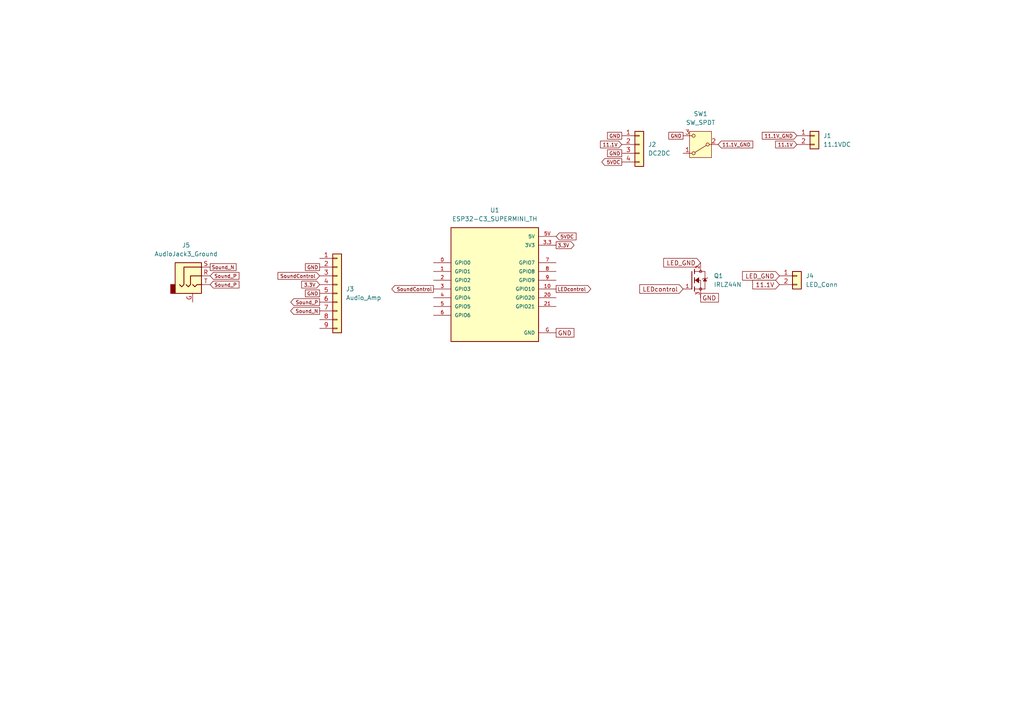
<source format=kicad_sch>
(kicad_sch (version 20250114) (generator "eeschema") (generator_version "9.0")
  (paper "A4")
  (lib_symbols
    (symbol "Connector_Audio:AudioJack3_Ground"
      (property "Reference" "J" (at 0 8.89 0))
      (property "Value" "AudioJack3_Ground" (at 0 6.35 0))
      (symbol "AudioJack3_Ground_0_1"
        (rectangle (start -5.08 -2.54) (end -6.35 -5.08) (stroke (width 0.254)) (fill (type outline)))
        (polyline (pts (xy -1.905 -2.54) (xy -1.27 -3.175) (xy -0.635 -2.54) (xy -0.635 0) (xy 2.54 0)) (stroke (width 0.254)))
        (polyline (pts (xy 0 -2.54) (xy 0.635 -3.175) (xy 1.27 -2.54) (xy 2.54 -2.54)) (stroke (width 0.254)))
        (rectangle (start 2.54 3.81) (end -5.08 -5.08) (stroke (width 0.254)) (fill (type background)))
        (polyline (pts (xy 2.54 2.54) (xy -2.54 2.54) (xy -2.54 -2.54) (xy -3.175 -3.175) (xy -3.81 -2.54)) (stroke (width 0.254)))
      )
      (symbol "AudioJack3_Ground_1_1"
        (pin passive line (at 0 -7.62 90) (length 2.54) (name "~") (number "G"))
        (pin passive line (at 5.08 2.54 180) (length 2.54) (name "~") (number "S"))
        (pin passive line (at 5.08 0 180) (length 2.54) (name "~") (number "R"))
        (pin passive line (at 5.08 -2.54 180) (length 2.54) (name "~") (number "T"))
      )
    )
    (symbol "Connector_Generic:Conn_01x02" (pin_names (offset 1.016) (hide yes))
      (property "Reference" "J" (at 0 2.54 0))
      (property "Value" "Conn_01x02" (at 0 -5.08 0))
      (symbol "Conn_01x02_1_1"
        (rectangle (start -1.27 1.27) (end 1.27 -3.81) (stroke (width 0.254)) (fill (type background)))
        (rectangle (start -1.27 0.127) (end 0 -0.127) (stroke (width 0.1524)))
        (rectangle (start -1.27 -2.413) (end 0 -2.667) (stroke (width 0.1524)))
        (pin passive line (at -5.08 0 0) (length 3.81) (name "Pin_1") (number "1"))
        (pin passive line (at -5.08 -2.54 0) (length 3.81) (name "Pin_2") (number "2"))
      )
    )
    (symbol "Connector_Generic:Conn_01x04" (pin_names (offset 1.016) (hide yes))
      (property "Reference" "J" (at 0 5.08 0))
      (property "Value" "Conn_01x04" (at 0 -7.62 0))
      (symbol "Conn_01x04_1_1"
        (rectangle (start -1.27 3.81) (end 1.27 -6.35) (stroke (width 0.254)) (fill (type background)))
        (rectangle (start -1.27 2.667) (end 0 2.413) (stroke (width 0.1524)))
        (rectangle (start -1.27 0.127) (end 0 -0.127) (stroke (width 0.1524)))
        (rectangle (start -1.27 -2.413) (end 0 -2.667) (stroke (width 0.1524)))
        (rectangle (start -1.27 -4.953) (end 0 -5.207) (stroke (width 0.1524)))
        (pin passive line (at -5.08 2.54 0) (length 3.81) (name "Pin_1") (number "1"))
        (pin passive line (at -5.08 0 0) (length 3.81) (name "Pin_2") (number "2"))
        (pin passive line (at -5.08 -2.54 0) (length 3.81) (name "Pin_3") (number "3"))
        (pin passive line (at -5.08 -5.08 0) (length 3.81) (name "Pin_4") (number "4"))
      )
    )
    (symbol "Connector_Generic:Conn_01x09" (pin_names (offset 1.016) (hide yes))
      (property "Reference" "J" (at 0 12.7 0))
      (property "Value" "Conn_01x09" (at 0 -12.7 0))
      (symbol "Conn_01x09_1_1"
        (rectangle (start -1.27 11.43) (end 1.27 -11.43) (stroke (width 0.254)) (fill (type background)))
        (rectangle (start -1.27 10.287) (end 0 10.033) (stroke (width 0.1524)))
        (rectangle (start -1.27 7.747) (end 0 7.493) (stroke (width 0.1524)))
        (rectangle (start -1.27 5.207) (end 0 4.953) (stroke (width 0.1524)))
        (rectangle (start -1.27 2.667) (end 0 2.413) (stroke (width 0.1524)))
        (rectangle (start -1.27 0.127) (end 0 -0.127) (stroke (width 0.1524)))
        (rectangle (start -1.27 -2.413) (end 0 -2.667) (stroke (width 0.1524)))
        (rectangle (start -1.27 -4.953) (end 0 -5.207) (stroke (width 0.1524)))
        (rectangle (start -1.27 -7.493) (end 0 -7.747) (stroke (width 0.1524)))
        (rectangle (start -1.27 -10.033) (end 0 -10.287) (stroke (width 0.1524)))
        (pin passive line (at -5.08 10.16 0) (length 3.81) (name "Pin_1") (number "1"))
        (pin passive line (at -5.08 7.62 0) (length 3.81) (name "Pin_2") (number "2"))
        (pin passive line (at -5.08 5.08 0) (length 3.81) (name "Pin_3") (number "3"))
        (pin passive line (at -5.08 2.54 0) (length 3.81) (name "Pin_4") (number "4"))
        (pin passive line (at -5.08 0 0) (length 3.81) (name "Pin_5") (number "5"))
        (pin passive line (at -5.08 -2.54 0) (length 3.81) (name "Pin_6") (number "6"))
        (pin passive line (at -5.08 -5.08 0) (length 3.81) (name "Pin_7") (number "7"))
        (pin passive line (at -5.08 -7.62 0) (length 3.81) (name "Pin_8") (number "8"))
        (pin passive line (at -5.08 -10.16 0) (length 3.81) (name "Pin_9") (number "9"))
      )
    )
    (symbol "ESP32-C3_SUPERMINI_TH:ESP32-C3_SUPERMINI_TH" (pin_names (offset 1.016))
      (property "Reference" "U" (at -12.7 16.002 0))
      (property "Value" "ESP32-C3_SUPERMINI_TH" (at -12.7 -20.32 0))
      (symbol "ESP32-C3_SUPERMINI_TH_0_0"
        (rectangle (start -12.7 -17.78) (end 12.7 15.24) (stroke (width 0.254)) (fill (type background)))
        (pin bidirectional line (at -17.78 5.08 0) (length 5.08) (name "GPIO0") (number "0"))
        (pin bidirectional line (at -17.78 2.54 0) (length 5.08) (name "GPIO1") (number "1"))
        (pin bidirectional line (at -17.78 0 0) (length 5.08) (name "GPIO2") (number "2"))
        (pin bidirectional line (at -17.78 -2.54 0) (length 5.08) (name "GPIO3") (number "3"))
        (pin bidirectional line (at -17.78 -5.08 0) (length 5.08) (name "GPIO4") (number "4"))
        (pin bidirectional line (at -17.78 -7.62 0) (length 5.08) (name "GPIO5") (number "5"))
        (pin bidirectional line (at -17.78 -10.16 0) (length 5.08) (name "GPIO6") (number "6"))
        (pin power_in line (at 17.78 12.7 180) (length 5.08) (name "5V") (number "5V"))
        (pin power_in line (at 17.78 10.16 180) (length 5.08) (name "3V3") (number "3.3"))
        (pin bidirectional line (at 17.78 5.08 180) (length 5.08) (name "GPIO7") (number "7"))
        (pin bidirectional line (at 17.78 2.54 180) (length 5.08) (name "GPIO8") (number "8"))
        (pin bidirectional line (at 17.78 0 180) (length 5.08) (name "GPIO9") (number "9"))
        (pin bidirectional line (at 17.78 -2.54 180) (length 5.08) (name "GPIO10") (number "10"))
        (pin bidirectional line (at 17.78 -5.08 180) (length 5.08) (name "GPIO20") (number "20"))
        (pin bidirectional line (at 17.78 -7.62 180) (length 5.08) (name "GPIO21") (number "21"))
        (pin power_in line (at 17.78 -15.24 180) (length 5.08) (name "GND") (number "G"))
      )
    )
    (symbol "IRLZ44N:IRLZ44N" (pin_names (offset 1.016))
      (property "Reference" "Q" (at -8.89 2.54 0))
      (property "Value" "IRLZ44N" (at -8.89 -7.62 0))
      (symbol "IRLZ44N_0_0"
        (polyline (pts (xy 0 2.54) (xy 0 -2.54)) (stroke (width 0.254)))
        (polyline (pts (xy 0.762 3.175) (xy 0.762 2.54)) (stroke (width 0.254)))
        (polyline (pts (xy 0.762 2.54) (xy 0.762 1.905)) (stroke (width 0.254)))
        (polyline (pts (xy 0.762 2.54) (xy 3.81 2.54)) (stroke (width 0.1524)))
        (polyline (pts (xy 0.762 0.762) (xy 0.762 0)) (stroke (width 0.254)))
        (polyline (pts (xy 0.762 0) (xy 0.762 -0.762)) (stroke (width 0.254)))
        (polyline (pts (xy 0.762 0) (xy 2.54 0)) (stroke (width 0.1524)))
        (polyline (pts (xy 0.762 -1.905) (xy 0.762 -2.54)) (stroke (width 0.254)))
        (polyline (pts (xy 0.762 -2.54) (xy 0.762 -3.175)) (stroke (width 0.254)))
        (polyline (pts (xy 1.016 0) (xy 2.032 0.762) (xy 2.032 -0.762) (xy 1.016 0)) (stroke (width 0.1524)) (fill (type outline)))
        (circle (center 2.54 2.54) (radius 0.3592))
        (polyline (pts (xy 2.54 0) (xy 2.54 -2.54)) (stroke (width 0.1524)))
        (polyline (pts (xy 2.54 -2.54) (xy 0.762 -2.54)) (stroke (width 0.1524)))
        (polyline (pts (xy 2.54 -2.54) (xy 3.81 -2.54)) (stroke (width 0.1524)))
        (circle (center 2.54 -2.54) (radius 0.3592))
        (polyline (pts (xy 3.302 0.508) (xy 3.048 0.254)) (stroke (width 0.1524)))
        (polyline (pts (xy 3.81 2.54) (xy 3.81 0.508)) (stroke (width 0.1524)))
        (polyline (pts (xy 3.81 0.508) (xy 3.302 0.508)) (stroke (width 0.1524)))
        (polyline (pts (xy 3.81 0.508) (xy 3.81 -2.54)) (stroke (width 0.1524)))
        (polyline (pts (xy 3.81 0.508) (xy 3.302 -0.254) (xy 4.318 -0.254) (xy 3.81 0.508)) (stroke (width 0.1524)) (fill (type outline)))
        (polyline (pts (xy 4.318 0.508) (xy 3.81 0.508)) (stroke (width 0.1524)))
        (polyline (pts (xy 4.572 0.762) (xy 4.318 0.508)) (stroke (width 0.1524)))
        (pin passive line (at -2.54 -2.54 0) (length 2.54) (name "~") (number "1"))
        (pin passive line (at 2.54 5.08 270) (length 2.54) (name "~") (number "2"))
        (pin passive line (at 2.54 -5.08 90) (length 2.54) (name "~") (number "3"))
      )
    )
    (symbol "Switch:SW_SPDT" (pin_names (offset 0) (hide yes))
      (property "Reference" "SW" (at 0 5.08 0))
      (property "Value" "SW_SPDT" (at 0 -5.08 0))
      (symbol "SW_SPDT_0_1"
        (circle (center -2.032 0) (radius 0.4572))
        (polyline (pts (xy -1.651 0.254) (xy 1.651 2.286)))
        (circle (center 2.032 2.54) (radius 0.4572))
        (circle (center 2.032 -2.54) (radius 0.4572))
      )
      (symbol "SW_SPDT_1_1"
        (rectangle (start -3.175 3.81) (end 3.175 -3.81) (fill (type background)))
        (pin passive line (at -5.08 0 0) (length 2.54) (name "B") (number "2"))
        (pin passive line (at 5.08 2.54 180) (length 2.54) (name "A") (number "1"))
        (pin passive line (at 5.08 -2.54 180) (length 2.54) (name "C") (number "3"))
      )
    )
  )
  (global_label "GND" (shape passive) (at 161.29 96.52 0) (property "Intersheetrefs" "${INTERSHEET_REFS}" (effects (hide yes))))
  (global_label "3.3V" (shape output) (at 161.29 71.12 0) (effects (font (size 1.016 1.016))) (property "Intersheetrefs" "${INTERSHEET_REFS}" (effects (hide yes))))
  (global_label "LED_GND" (shape input) (at 203.2 76.2 180) (property "Intersheetrefs" "${INTERSHEET_REFS}" (effects (hide yes))))
  (global_label "Sound_P" (shape input) (at 60.96 82.55 0) (effects (font (size 1.016 1.016))) (property "Intersheetrefs" "${INTERSHEET_REFS}" (effects (hide yes))))
  (global_label "11.1V" (shape input) (at 226.06 82.55 180) (property "Intersheetrefs" "${INTERSHEET_REFS}" (effects (hide yes))))
  (global_label "3.3V" (shape input) (at 92.71 82.55 180) (effects (font (size 1.016 1.016))) (property "Intersheetrefs" "${INTERSHEET_REFS}" (effects (hide yes))))
  (global_label "11.1V" (shape input) (at 180.34 41.91 180) (effects (font (size 1.016 1.016))) (property "Intersheetrefs" "${INTERSHEET_REFS}" (effects (hide yes))))
  (global_label "11.1V_GND" (shape input) (at 208.28 41.91 0) (effects (font (size 1.016 1.016))) (property "Intersheetrefs" "${INTERSHEET_REFS}" (effects (hide yes))))
  (global_label "5VDC" (shape output) (at 180.34 46.99 180) (effects (font (size 1.016 1.016))) (property "Intersheetrefs" "${INTERSHEET_REFS}" (effects (hide yes))))
  (global_label "GND" (shape passive) (at 180.34 39.37 180) (effects (font (size 1.016 1.016))) (property "Intersheetrefs" "${INTERSHEET_REFS}" (effects (hide yes))))
  (global_label "Sound_P" (shape output) (at 92.71 87.63 180) (effects (font (size 1.016 1.016))) (property "Intersheetrefs" "${INTERSHEET_REFS}" (effects (hide yes))))
  (global_label "5VDC" (shape input) (at 161.29 68.58 0) (effects (font (size 1.016 1.016))) (property "Intersheetrefs" "${INTERSHEET_REFS}" (effects (hide yes))))
  (global_label "SoundControl" (shape input) (at 92.71 80.01 180) (effects (font (size 1.016 1.016))) (property "Intersheetrefs" "${INTERSHEET_REFS}" (effects (hide yes))))
  (global_label "GND" (shape passive) (at 203.2 86.36 0) (property "Intersheetrefs" "${INTERSHEET_REFS}" (effects (hide yes))))
  (global_label "11.1V_GND" (shape input) (at 231.14 39.37 180) (effects (font (size 1.016 1.016))) (property "Intersheetrefs" "${INTERSHEET_REFS}" (effects (hide yes))))
  (global_label "LED_GND" (shape input) (at 226.06 80.01 180) (property "Intersheetrefs" "${INTERSHEET_REFS}" (effects (hide yes))))
  (global_label "Sound_N" (shape output) (at 92.71 90.17 180) (effects (font (size 1.016 1.016))) (property "Intersheetrefs" "${INTERSHEET_REFS}" (effects (hide yes))))
  (global_label "GND" (shape passive) (at 180.34 44.45 180) (effects (font (size 1.016 1.016))) (property "Intersheetrefs" "${INTERSHEET_REFS}" (effects (hide yes))))
  (global_label "GND" (shape passive) (at 92.71 85.09 180) (effects (font (size 1.016 1.016))) (property "Intersheetrefs" "${INTERSHEET_REFS}" (effects (hide yes))))
  (global_label "GND" (shape passive) (at 198.12 39.37 180) (effects (font (size 1.016 1.016))) (property "Intersheetrefs" "${INTERSHEET_REFS}" (effects (hide yes))))
  (global_label "11.1V" (shape input) (at 231.14 41.91 180) (effects (font (size 1.016 1.016))) (property "Intersheetrefs" "${INTERSHEET_REFS}" (effects (hide yes))))
  (global_label "LEDcontrol" (shape input) (at 198.12 83.82 180) (property "Intersheetrefs" "${INTERSHEET_REFS}" (effects (hide yes))))
  (global_label "Sound_N" (shape passive) (at 60.96 77.47 0) (effects (font (size 1.016 1.016))) (property "Intersheetrefs" "${INTERSHEET_REFS}" (effects (hide yes))))
  (global_label "SoundControl" (shape output) (at 125.73 83.82 180) (effects (font (size 1.016 1.016))) (property "Intersheetrefs" "${INTERSHEET_REFS}" (effects (hide yes))))
  (global_label "LEDcontrol" (shape output) (at 161.29 83.82 0) (effects (font (size 1.016 1.016))) (property "Intersheetrefs" "${INTERSHEET_REFS}" (effects (hide yes))))
  (global_label "GND" (shape passive) (at 92.71 77.47 180) (effects (font (size 1.016 1.016))) (property "Intersheetrefs" "${INTERSHEET_REFS}" (effects (hide yes))))
  (global_label "Sound_P" (shape input) (at 60.96 80.01 0) (effects (font (size 1.016 1.016))) (property "Intersheetrefs" "${INTERSHEET_REFS}" (effects (hide yes))))
  (symbol (lib_id "Switch:SW_SPDT") (at 203.2 41.91 180) (unit 1)
    (property "Reference" "SW1" (at 203.2 33.02 0))
    (property "Value" "SW_SPDT" (at 203.2 35.56 0))
    (property "Footprint" "MINI-SPDT-SW:SW_MINI-SPDT-SW" (effects (hide yes)))
    (property "Description" "Switch, single pole double throw" (effects (hide yes)))
  )
  (symbol (lib_id "IRLZ44N:IRLZ44N") (at 200.66 81.28 0) (unit 1)
    (property "Reference" "Q1" (at 207.01 80.0099 0) (effects (justify left)))
    (property "Value" "IRLZ44N" (at 207.01 82.5499 0) (effects (justify left)))
    (property "Footprint" "IRLZ44N:TO254P1054X469X1930-3" (effects (hide yes)))
    (property "MF" "Infineon Technologies" (effects (hide yes)))
    (property "MAXIMUM_PACKAGE_HEIGHT" "19.3mm" (effects (hide yes)))
    (property "Package" "TO-220 Infineon" (effects (hide yes)))
    (property "Price" "None" (effects (hide yes)))
    (property "Check_prices" "https://www.snapeda.com/parts/IRLZ44N/Infineon/view-part/?ref=eda" (effects (hide yes)))
    (property "STANDARD" "IPC-7351B" (effects (hide yes)))
    (property "PARTREV" "11/11/03" (effects (hide yes)))
    (property "SnapEDA_Link" "https://www.snapeda.com/parts/IRLZ44N/Infineon/view-part/?ref=snap" (effects (hide yes)))
    (property "MP" "IRLZ44N" (effects (hide yes)))
    (property "Description_1" "N-Channel 55 V 47A (Tc) 3.8W (Ta), 110W (Tc) Surface Mount D2PAK" (effects (hide yes)))
    (property "Availability" "In Stock" (effects (hide yes)))
    (property "MANUFACTURER" "Infineon" (effects (hide yes)))
  )
  (symbol (lib_id "Connector_Generic:Conn_01x02") (at 231.14 80.01 0) (unit 1)
    (property "Reference" "J4" (at 233.68 80.0099 0) (effects (justify left)))
    (property "Value" "LED_Conn" (at 233.68 82.5499 0) (effects (justify left)))
    (property "Footprint" "Connector_AMASS:AMASS_XT30PW-M_1x02_P2.50mm_Horizontal" (effects (hide yes)))
    (property "Description" "Generic connector, single row, 01x02, script generated (kicad-library-utils/schlib/autogen/connector/)" (effects (hide yes)))
  )
  (symbol (lib_id "ESP32-C3_SUPERMINI_TH:ESP32-C3_SUPERMINI_TH") (at 143.51 81.28 0) (unit 1)
    (property "Reference" "U1" (at 143.51 60.96 0))
    (property "Value" "ESP32-C3_SUPERMINI_TH" (at 143.51 63.5 0))
    (property "Footprint" "ESP32-C3_SUPERMINI_TH:MODULE_ESP32-C3_SUPERMINI_TH" (effects (hide yes)))
    (property "MF" "Espressif Systems" (effects (hide yes)))
    (property "Description_1" "Super tiny ESP32-C3 board" (effects (hide yes)))
    (property "CREATOR" "DIZAR" (effects (hide yes)))
    (property "Price" "None" (effects (hide yes)))
    (property "Package" "Package" (effects (hide yes)))
    (property "Check_prices" "https://www.snapeda.com/parts/ESP32-C3%20SuperMini_TH/Espressif+Systems/view-part/?ref=eda" (effects (hide yes)))
    (property "STANDARD" "IPC-7351B" (effects (hide yes)))
    (property "SnapEDA_Link" "https://www.snapeda.com/parts/ESP32-C3%20SuperMini_TH/Espressif+Systems/view-part/?ref=snap" (effects (hide yes)))
    (property "MP" "ESP32-C3 SuperMini_TH" (effects (hide yes)))
    (property "Availability" "Not in stock" (effects (hide yes)))
    (property "MANUFACTURER" "Espressif Systems" (effects (hide yes)))
  )
  (symbol (lib_id "Connector_Generic:Conn_01x04") (at 185.42 41.91 0) (unit 1)
    (property "Reference" "J2" (at 187.96 41.9099 0) (effects (justify left)))
    (property "Value" "DC2DC" (at 187.96 44.4499 0) (effects (justify left)))
    (property "Footprint" "PCBLIB_MP1584-FOOTPRINT_2025-07-08:MP1584 FOOTPRINT" (effects (hide yes)))
    (property "Description" "Generic connector, single row, 01x04, script generated (kicad-library-utils/schlib/autogen/connector/)" (effects (hide yes)))
  )
  (symbol (lib_id "Connector_Audio:AudioJack3_Ground") (at 55.88 80.01 0) (unit 1)
    (property "Reference" "J5" (at 53.975 71.12 0))
    (property "Value" "AudioJack3_Ground" (at 53.975 73.66 0))
    (property "Footprint" "Connector_Audio:Jack_3.5mm_PJ320D_Horizontal" (effects (hide yes)))
    (property "Description" "Audio Jack, 3 Poles (Stereo / TRS), Grounded Sleeve" (effects (hide yes)))
  )
  (symbol (lib_id "Connector_Generic:Conn_01x02") (at 236.22 39.37 0) (unit 1)
    (property "Reference" "J1" (at 238.76 39.3699 0) (effects (justify left)))
    (property "Value" "11.1VDC" (at 238.76 41.9099 0) (effects (justify left)))
    (property "Footprint" "Connector_AMASS:AMASS_XT30PW-M_1x02_P2.50mm_Horizontal" (effects (hide yes)))
    (property "Description" "Generic connector, single row, 01x02, script generated (kicad-library-utils/schlib/autogen/connector/)" (effects (hide yes)))
  )
  (symbol (lib_id "Connector_Generic:Conn_01x09") (at 97.79 85.09 0) (unit 1)
    (property "Reference" "J3" (at 100.33 83.8199 0) (effects (justify left)))
    (property "Value" "Audio_Amp" (at 100.33 86.3599 0) (effects (justify left)))
    (property "Footprint" "pam8403:pam8403" (effects (hide yes)))
    (property "Description" "Generic connector, single row, 01x09, script generated (kicad-library-utils/schlib/autogen/connector/)" (effects (hide yes)))
  )
)
</source>
